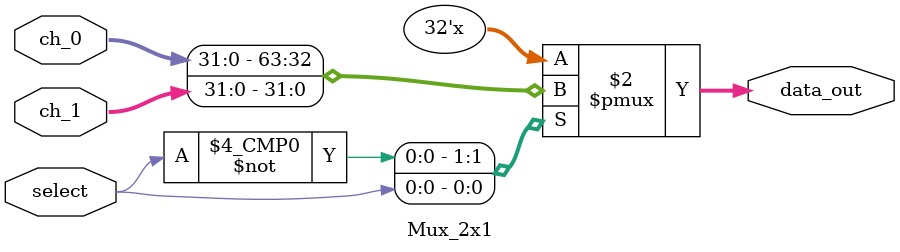
<source format=v>
`timescale 1ns / 1ps

module Mux_2x1 #(parameter W=32)
(
//Input Signals
input wire select,
input wire [W-1:0] ch_0,
input wire [W-1:0] ch_1,
//Output Signals
output reg [W-1:0] data_out
);
    always @*
        begin
            case(select)
                1'b0: data_out = ch_0;
                1'b1: data_out = ch_1;
                default : data_out = ch_0;
            endcase
        end
endmodule

</source>
